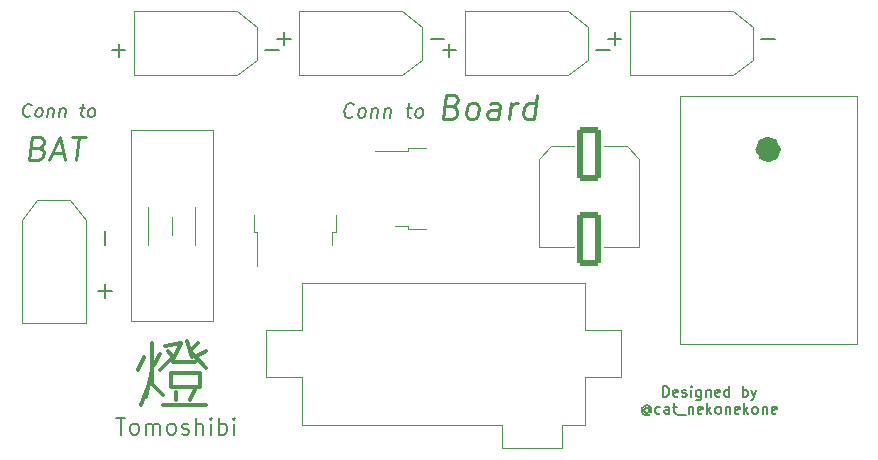
<source format=gbr>
%TF.GenerationSoftware,KiCad,Pcbnew,(6.0.11)*%
%TF.CreationDate,2024-02-08T00:56:39+09:00*%
%TF.ProjectId,SmallPW,536d616c-6c50-4572-9e6b-696361645f70,rev?*%
%TF.SameCoordinates,Original*%
%TF.FileFunction,Legend,Top*%
%TF.FilePolarity,Positive*%
%FSLAX46Y46*%
G04 Gerber Fmt 4.6, Leading zero omitted, Abs format (unit mm)*
G04 Created by KiCad (PCBNEW (6.0.11)) date 2024-02-08 00:56:39*
%MOMM*%
%LPD*%
G01*
G04 APERTURE LIST*
G04 Aperture macros list*
%AMRoundRect*
0 Rectangle with rounded corners*
0 $1 Rounding radius*
0 $2 $3 $4 $5 $6 $7 $8 $9 X,Y pos of 4 corners*
0 Add a 4 corners polygon primitive as box body*
4,1,4,$2,$3,$4,$5,$6,$7,$8,$9,$2,$3,0*
0 Add four circle primitives for the rounded corners*
1,1,$1+$1,$2,$3*
1,1,$1+$1,$4,$5*
1,1,$1+$1,$6,$7*
1,1,$1+$1,$8,$9*
0 Add four rect primitives between the rounded corners*
20,1,$1+$1,$2,$3,$4,$5,0*
20,1,$1+$1,$4,$5,$6,$7,0*
20,1,$1+$1,$6,$7,$8,$9,0*
20,1,$1+$1,$8,$9,$2,$3,0*%
G04 Aperture macros list end*
%ADD10C,0.270000*%
%ADD11C,0.150000*%
%ADD12C,0.160000*%
%ADD13C,0.130000*%
%ADD14C,0.190000*%
%ADD15C,0.320000*%
%ADD16C,0.120000*%
%ADD17C,1.060000*%
%ADD18RoundRect,0.250001X-0.799999X1.999999X-0.799999X-1.999999X0.799999X-1.999999X0.799999X1.999999X0*%
%ADD19C,1.524000*%
%ADD20R,3.800000X3.800000*%
%ADD21C,3.800000*%
%ADD22R,1.200000X2.200000*%
%ADD23R,5.800000X6.400000*%
%ADD24C,4.000000*%
%ADD25R,2.200000X1.200000*%
%ADD26R,6.400000X5.800000*%
%ADD27O,4.000000X1.524000*%
%ADD28C,2.780000*%
G04 APERTURE END LIST*
D10*
X97215416Y-60857142D02*
X97489226Y-60952380D01*
X97572559Y-61047619D01*
X97643988Y-61238095D01*
X97608273Y-61523809D01*
X97489226Y-61714285D01*
X97382083Y-61809523D01*
X97179702Y-61904761D01*
X96417797Y-61904761D01*
X96667797Y-59904761D01*
X97334464Y-59904761D01*
X97513035Y-60000000D01*
X97596369Y-60095238D01*
X97667797Y-60285714D01*
X97643988Y-60476190D01*
X97524940Y-60666666D01*
X97417797Y-60761904D01*
X97215416Y-60857142D01*
X96548750Y-60857142D01*
X98393988Y-61333333D02*
X99346369Y-61333333D01*
X98132083Y-61904761D02*
X99048750Y-59904761D01*
X99465416Y-61904761D01*
X100096369Y-59904761D02*
X101239226Y-59904761D01*
X100417797Y-61904761D02*
X100667797Y-59904761D01*
D11*
X96525622Y-58142857D02*
X96466693Y-58195238D01*
X96303002Y-58247619D01*
X96198241Y-58247619D01*
X96047645Y-58195238D01*
X95955979Y-58090476D01*
X95916693Y-57985714D01*
X95890502Y-57776190D01*
X95910145Y-57619047D01*
X95988717Y-57409523D01*
X96054193Y-57304761D01*
X96172050Y-57200000D01*
X96335741Y-57147619D01*
X96440502Y-57147619D01*
X96591098Y-57200000D01*
X96636931Y-57252380D01*
X97141098Y-58247619D02*
X97042883Y-58195238D01*
X96997050Y-58142857D01*
X96957764Y-58038095D01*
X96997050Y-57723809D01*
X97062526Y-57619047D01*
X97121455Y-57566666D01*
X97232764Y-57514285D01*
X97389907Y-57514285D01*
X97488122Y-57566666D01*
X97533955Y-57619047D01*
X97573241Y-57723809D01*
X97533955Y-58038095D01*
X97468479Y-58142857D01*
X97409550Y-58195238D01*
X97298241Y-58247619D01*
X97141098Y-58247619D01*
X98070860Y-57514285D02*
X97979193Y-58247619D01*
X98057764Y-57619047D02*
X98116693Y-57566666D01*
X98228002Y-57514285D01*
X98385145Y-57514285D01*
X98483360Y-57566666D01*
X98522645Y-57671428D01*
X98450622Y-58247619D01*
X99066098Y-57514285D02*
X98974431Y-58247619D01*
X99053002Y-57619047D02*
X99111931Y-57566666D01*
X99223241Y-57514285D01*
X99380383Y-57514285D01*
X99478598Y-57566666D01*
X99517883Y-57671428D01*
X99445860Y-58247619D01*
X100742288Y-57514285D02*
X101161336Y-57514285D01*
X100945264Y-57147619D02*
X100827407Y-58090476D01*
X100866693Y-58195238D01*
X100964907Y-58247619D01*
X101069669Y-58247619D01*
X101593479Y-58247619D02*
X101495264Y-58195238D01*
X101449431Y-58142857D01*
X101410145Y-58038095D01*
X101449431Y-57723809D01*
X101514907Y-57619047D01*
X101573836Y-57566666D01*
X101685145Y-57514285D01*
X101842288Y-57514285D01*
X101940502Y-57566666D01*
X101986336Y-57619047D01*
X102025622Y-57723809D01*
X101986336Y-58038095D01*
X101920860Y-58142857D01*
X101861931Y-58195238D01*
X101750622Y-58247619D01*
X101593479Y-58247619D01*
D12*
X123800678Y-58178571D02*
X123736392Y-58235714D01*
X123557821Y-58292857D01*
X123443535Y-58292857D01*
X123279250Y-58235714D01*
X123179250Y-58121428D01*
X123136392Y-58007142D01*
X123107821Y-57778571D01*
X123129250Y-57607142D01*
X123214964Y-57378571D01*
X123286392Y-57264285D01*
X123414964Y-57150000D01*
X123593535Y-57092857D01*
X123707821Y-57092857D01*
X123872107Y-57150000D01*
X123922107Y-57207142D01*
X124472107Y-58292857D02*
X124364964Y-58235714D01*
X124314964Y-58178571D01*
X124272107Y-58064285D01*
X124314964Y-57721428D01*
X124386392Y-57607142D01*
X124450678Y-57550000D01*
X124572107Y-57492857D01*
X124743535Y-57492857D01*
X124850678Y-57550000D01*
X124900678Y-57607142D01*
X124943535Y-57721428D01*
X124900678Y-58064285D01*
X124829250Y-58178571D01*
X124764964Y-58235714D01*
X124643535Y-58292857D01*
X124472107Y-58292857D01*
X125486392Y-57492857D02*
X125386392Y-58292857D01*
X125472107Y-57607142D02*
X125536392Y-57550000D01*
X125657821Y-57492857D01*
X125829250Y-57492857D01*
X125936392Y-57550000D01*
X125979250Y-57664285D01*
X125900678Y-58292857D01*
X126572107Y-57492857D02*
X126472107Y-58292857D01*
X126557821Y-57607142D02*
X126622107Y-57550000D01*
X126743535Y-57492857D01*
X126914964Y-57492857D01*
X127022107Y-57550000D01*
X127064964Y-57664285D01*
X126986392Y-58292857D01*
X128400678Y-57492857D02*
X128857821Y-57492857D01*
X128622107Y-57092857D02*
X128493535Y-58121428D01*
X128536392Y-58235714D01*
X128643535Y-58292857D01*
X128757821Y-58292857D01*
X129329250Y-58292857D02*
X129222107Y-58235714D01*
X129172107Y-58178571D01*
X129129250Y-58064285D01*
X129172107Y-57721428D01*
X129243535Y-57607142D01*
X129307821Y-57550000D01*
X129429250Y-57492857D01*
X129600678Y-57492857D01*
X129707821Y-57550000D01*
X129757821Y-57607142D01*
X129800678Y-57721428D01*
X129757821Y-58064285D01*
X129686392Y-58178571D01*
X129622107Y-58235714D01*
X129500678Y-58292857D01*
X129329250Y-58292857D01*
D10*
X132251130Y-57357142D02*
X132524940Y-57452380D01*
X132608273Y-57547619D01*
X132679702Y-57738095D01*
X132643988Y-58023809D01*
X132524940Y-58214285D01*
X132417797Y-58309523D01*
X132215416Y-58404761D01*
X131453511Y-58404761D01*
X131703511Y-56404761D01*
X132370178Y-56404761D01*
X132548750Y-56500000D01*
X132632083Y-56595238D01*
X132703511Y-56785714D01*
X132679702Y-56976190D01*
X132560654Y-57166666D01*
X132453511Y-57261904D01*
X132251130Y-57357142D01*
X131584464Y-57357142D01*
X133739226Y-58404761D02*
X133560654Y-58309523D01*
X133477321Y-58214285D01*
X133405892Y-58023809D01*
X133477321Y-57452380D01*
X133596369Y-57261904D01*
X133703511Y-57166666D01*
X133905892Y-57071428D01*
X134191607Y-57071428D01*
X134370178Y-57166666D01*
X134453511Y-57261904D01*
X134524940Y-57452380D01*
X134453511Y-58023809D01*
X134334464Y-58214285D01*
X134227321Y-58309523D01*
X134024940Y-58404761D01*
X133739226Y-58404761D01*
X136120178Y-58404761D02*
X136251130Y-57357142D01*
X136179702Y-57166666D01*
X136001130Y-57071428D01*
X135620178Y-57071428D01*
X135417797Y-57166666D01*
X136132083Y-58309523D02*
X135929702Y-58404761D01*
X135453511Y-58404761D01*
X135274940Y-58309523D01*
X135203511Y-58119047D01*
X135227321Y-57928571D01*
X135346369Y-57738095D01*
X135548750Y-57642857D01*
X136024940Y-57642857D01*
X136227321Y-57547619D01*
X137072559Y-58404761D02*
X137239226Y-57071428D01*
X137191607Y-57452380D02*
X137310654Y-57261904D01*
X137417797Y-57166666D01*
X137620178Y-57071428D01*
X137810654Y-57071428D01*
X139167797Y-58404761D02*
X139417797Y-56404761D01*
X139179702Y-58309523D02*
X138977321Y-58404761D01*
X138596369Y-58404761D01*
X138417797Y-58309523D01*
X138334464Y-58214285D01*
X138263035Y-58023809D01*
X138334464Y-57452380D01*
X138453511Y-57261904D01*
X138560654Y-57166666D01*
X138763035Y-57071428D01*
X139143988Y-57071428D01*
X139322559Y-57166666D01*
D13*
X150100000Y-81932642D02*
X150100000Y-81032642D01*
X150314285Y-81032642D01*
X150442857Y-81075500D01*
X150528571Y-81161214D01*
X150571428Y-81246928D01*
X150614285Y-81418357D01*
X150614285Y-81546928D01*
X150571428Y-81718357D01*
X150528571Y-81804071D01*
X150442857Y-81889785D01*
X150314285Y-81932642D01*
X150100000Y-81932642D01*
X151342857Y-81889785D02*
X151257142Y-81932642D01*
X151085714Y-81932642D01*
X151000000Y-81889785D01*
X150957142Y-81804071D01*
X150957142Y-81461214D01*
X151000000Y-81375500D01*
X151085714Y-81332642D01*
X151257142Y-81332642D01*
X151342857Y-81375500D01*
X151385714Y-81461214D01*
X151385714Y-81546928D01*
X150957142Y-81632642D01*
X151728571Y-81889785D02*
X151814285Y-81932642D01*
X151985714Y-81932642D01*
X152071428Y-81889785D01*
X152114285Y-81804071D01*
X152114285Y-81761214D01*
X152071428Y-81675500D01*
X151985714Y-81632642D01*
X151857142Y-81632642D01*
X151771428Y-81589785D01*
X151728571Y-81504071D01*
X151728571Y-81461214D01*
X151771428Y-81375500D01*
X151857142Y-81332642D01*
X151985714Y-81332642D01*
X152071428Y-81375500D01*
X152500000Y-81932642D02*
X152500000Y-81332642D01*
X152500000Y-81032642D02*
X152457142Y-81075500D01*
X152500000Y-81118357D01*
X152542857Y-81075500D01*
X152500000Y-81032642D01*
X152500000Y-81118357D01*
X153314285Y-81332642D02*
X153314285Y-82061214D01*
X153271428Y-82146928D01*
X153228571Y-82189785D01*
X153142857Y-82232642D01*
X153014285Y-82232642D01*
X152928571Y-82189785D01*
X153314285Y-81889785D02*
X153228571Y-81932642D01*
X153057142Y-81932642D01*
X152971428Y-81889785D01*
X152928571Y-81846928D01*
X152885714Y-81761214D01*
X152885714Y-81504071D01*
X152928571Y-81418357D01*
X152971428Y-81375500D01*
X153057142Y-81332642D01*
X153228571Y-81332642D01*
X153314285Y-81375500D01*
X153742857Y-81332642D02*
X153742857Y-81932642D01*
X153742857Y-81418357D02*
X153785714Y-81375500D01*
X153871428Y-81332642D01*
X154000000Y-81332642D01*
X154085714Y-81375500D01*
X154128571Y-81461214D01*
X154128571Y-81932642D01*
X154900000Y-81889785D02*
X154814285Y-81932642D01*
X154642857Y-81932642D01*
X154557142Y-81889785D01*
X154514285Y-81804071D01*
X154514285Y-81461214D01*
X154557142Y-81375500D01*
X154642857Y-81332642D01*
X154814285Y-81332642D01*
X154900000Y-81375500D01*
X154942857Y-81461214D01*
X154942857Y-81546928D01*
X154514285Y-81632642D01*
X155714285Y-81932642D02*
X155714285Y-81032642D01*
X155714285Y-81889785D02*
X155628571Y-81932642D01*
X155457142Y-81932642D01*
X155371428Y-81889785D01*
X155328571Y-81846928D01*
X155285714Y-81761214D01*
X155285714Y-81504071D01*
X155328571Y-81418357D01*
X155371428Y-81375500D01*
X155457142Y-81332642D01*
X155628571Y-81332642D01*
X155714285Y-81375500D01*
X156828571Y-81932642D02*
X156828571Y-81032642D01*
X156828571Y-81375500D02*
X156914285Y-81332642D01*
X157085714Y-81332642D01*
X157171428Y-81375500D01*
X157214285Y-81418357D01*
X157257142Y-81504071D01*
X157257142Y-81761214D01*
X157214285Y-81846928D01*
X157171428Y-81889785D01*
X157085714Y-81932642D01*
X156914285Y-81932642D01*
X156828571Y-81889785D01*
X157557142Y-81332642D02*
X157771428Y-81932642D01*
X157985714Y-81332642D02*
X157771428Y-81932642D01*
X157685714Y-82146928D01*
X157642857Y-82189785D01*
X157557142Y-82232642D01*
X148878571Y-82953071D02*
X148835714Y-82910214D01*
X148750000Y-82867357D01*
X148664285Y-82867357D01*
X148578571Y-82910214D01*
X148535714Y-82953071D01*
X148492857Y-83038785D01*
X148492857Y-83124500D01*
X148535714Y-83210214D01*
X148578571Y-83253071D01*
X148664285Y-83295928D01*
X148750000Y-83295928D01*
X148835714Y-83253071D01*
X148878571Y-83210214D01*
X148878571Y-82867357D02*
X148878571Y-83210214D01*
X148921428Y-83253071D01*
X148964285Y-83253071D01*
X149050000Y-83210214D01*
X149092857Y-83124500D01*
X149092857Y-82910214D01*
X149007142Y-82781642D01*
X148878571Y-82695928D01*
X148707142Y-82653071D01*
X148535714Y-82695928D01*
X148407142Y-82781642D01*
X148321428Y-82910214D01*
X148278571Y-83081642D01*
X148321428Y-83253071D01*
X148407142Y-83381642D01*
X148535714Y-83467357D01*
X148707142Y-83510214D01*
X148878571Y-83467357D01*
X149007142Y-83381642D01*
X149864285Y-83338785D02*
X149778571Y-83381642D01*
X149607142Y-83381642D01*
X149521428Y-83338785D01*
X149478571Y-83295928D01*
X149435714Y-83210214D01*
X149435714Y-82953071D01*
X149478571Y-82867357D01*
X149521428Y-82824500D01*
X149607142Y-82781642D01*
X149778571Y-82781642D01*
X149864285Y-82824500D01*
X150635714Y-83381642D02*
X150635714Y-82910214D01*
X150592857Y-82824500D01*
X150507142Y-82781642D01*
X150335714Y-82781642D01*
X150250000Y-82824500D01*
X150635714Y-83338785D02*
X150550000Y-83381642D01*
X150335714Y-83381642D01*
X150250000Y-83338785D01*
X150207142Y-83253071D01*
X150207142Y-83167357D01*
X150250000Y-83081642D01*
X150335714Y-83038785D01*
X150550000Y-83038785D01*
X150635714Y-82995928D01*
X150935714Y-82781642D02*
X151278571Y-82781642D01*
X151064285Y-82481642D02*
X151064285Y-83253071D01*
X151107142Y-83338785D01*
X151192857Y-83381642D01*
X151278571Y-83381642D01*
X151364285Y-83467357D02*
X152050000Y-83467357D01*
X152264285Y-82781642D02*
X152264285Y-83381642D01*
X152264285Y-82867357D02*
X152307142Y-82824500D01*
X152392857Y-82781642D01*
X152521428Y-82781642D01*
X152607142Y-82824500D01*
X152650000Y-82910214D01*
X152650000Y-83381642D01*
X153421428Y-83338785D02*
X153335714Y-83381642D01*
X153164285Y-83381642D01*
X153078571Y-83338785D01*
X153035714Y-83253071D01*
X153035714Y-82910214D01*
X153078571Y-82824500D01*
X153164285Y-82781642D01*
X153335714Y-82781642D01*
X153421428Y-82824500D01*
X153464285Y-82910214D01*
X153464285Y-82995928D01*
X153035714Y-83081642D01*
X153850000Y-83381642D02*
X153850000Y-82481642D01*
X153935714Y-83038785D02*
X154192857Y-83381642D01*
X154192857Y-82781642D02*
X153850000Y-83124500D01*
X154707142Y-83381642D02*
X154621428Y-83338785D01*
X154578571Y-83295928D01*
X154535714Y-83210214D01*
X154535714Y-82953071D01*
X154578571Y-82867357D01*
X154621428Y-82824500D01*
X154707142Y-82781642D01*
X154835714Y-82781642D01*
X154921428Y-82824500D01*
X154964285Y-82867357D01*
X155007142Y-82953071D01*
X155007142Y-83210214D01*
X154964285Y-83295928D01*
X154921428Y-83338785D01*
X154835714Y-83381642D01*
X154707142Y-83381642D01*
X155392857Y-82781642D02*
X155392857Y-83381642D01*
X155392857Y-82867357D02*
X155435714Y-82824500D01*
X155521428Y-82781642D01*
X155650000Y-82781642D01*
X155735714Y-82824500D01*
X155778571Y-82910214D01*
X155778571Y-83381642D01*
X156550000Y-83338785D02*
X156464285Y-83381642D01*
X156292857Y-83381642D01*
X156207142Y-83338785D01*
X156164285Y-83253071D01*
X156164285Y-82910214D01*
X156207142Y-82824500D01*
X156292857Y-82781642D01*
X156464285Y-82781642D01*
X156550000Y-82824500D01*
X156592857Y-82910214D01*
X156592857Y-82995928D01*
X156164285Y-83081642D01*
X156978571Y-83381642D02*
X156978571Y-82481642D01*
X157064285Y-83038785D02*
X157321428Y-83381642D01*
X157321428Y-82781642D02*
X156978571Y-83124500D01*
X157835714Y-83381642D02*
X157750000Y-83338785D01*
X157707142Y-83295928D01*
X157664285Y-83210214D01*
X157664285Y-82953071D01*
X157707142Y-82867357D01*
X157750000Y-82824500D01*
X157835714Y-82781642D01*
X157964285Y-82781642D01*
X158050000Y-82824500D01*
X158092857Y-82867357D01*
X158135714Y-82953071D01*
X158135714Y-83210214D01*
X158092857Y-83295928D01*
X158050000Y-83338785D01*
X157964285Y-83381642D01*
X157835714Y-83381642D01*
X158521428Y-82781642D02*
X158521428Y-83381642D01*
X158521428Y-82867357D02*
X158564285Y-82824500D01*
X158650000Y-82781642D01*
X158778571Y-82781642D01*
X158864285Y-82824500D01*
X158907142Y-82910214D01*
X158907142Y-83381642D01*
X159678571Y-83338785D02*
X159592857Y-83381642D01*
X159421428Y-83381642D01*
X159335714Y-83338785D01*
X159292857Y-83253071D01*
X159292857Y-82910214D01*
X159335714Y-82824500D01*
X159421428Y-82781642D01*
X159592857Y-82781642D01*
X159678571Y-82824500D01*
X159721428Y-82910214D01*
X159721428Y-82995928D01*
X159292857Y-83081642D01*
D14*
X103770000Y-83733333D02*
X104570000Y-83733333D01*
X104170000Y-85133333D02*
X104170000Y-83733333D01*
X105236666Y-85133333D02*
X105103333Y-85066666D01*
X105036666Y-85000000D01*
X104970000Y-84866666D01*
X104970000Y-84466666D01*
X105036666Y-84333333D01*
X105103333Y-84266666D01*
X105236666Y-84200000D01*
X105436666Y-84200000D01*
X105570000Y-84266666D01*
X105636666Y-84333333D01*
X105703333Y-84466666D01*
X105703333Y-84866666D01*
X105636666Y-85000000D01*
X105570000Y-85066666D01*
X105436666Y-85133333D01*
X105236666Y-85133333D01*
X106303333Y-85133333D02*
X106303333Y-84200000D01*
X106303333Y-84333333D02*
X106370000Y-84266666D01*
X106503333Y-84200000D01*
X106703333Y-84200000D01*
X106836666Y-84266666D01*
X106903333Y-84400000D01*
X106903333Y-85133333D01*
X106903333Y-84400000D02*
X106970000Y-84266666D01*
X107103333Y-84200000D01*
X107303333Y-84200000D01*
X107436666Y-84266666D01*
X107503333Y-84400000D01*
X107503333Y-85133333D01*
X108370000Y-85133333D02*
X108236666Y-85066666D01*
X108170000Y-85000000D01*
X108103333Y-84866666D01*
X108103333Y-84466666D01*
X108170000Y-84333333D01*
X108236666Y-84266666D01*
X108370000Y-84200000D01*
X108570000Y-84200000D01*
X108703333Y-84266666D01*
X108770000Y-84333333D01*
X108836666Y-84466666D01*
X108836666Y-84866666D01*
X108770000Y-85000000D01*
X108703333Y-85066666D01*
X108570000Y-85133333D01*
X108370000Y-85133333D01*
X109370000Y-85066666D02*
X109503333Y-85133333D01*
X109770000Y-85133333D01*
X109903333Y-85066666D01*
X109970000Y-84933333D01*
X109970000Y-84866666D01*
X109903333Y-84733333D01*
X109770000Y-84666666D01*
X109570000Y-84666666D01*
X109436666Y-84600000D01*
X109370000Y-84466666D01*
X109370000Y-84400000D01*
X109436666Y-84266666D01*
X109570000Y-84200000D01*
X109770000Y-84200000D01*
X109903333Y-84266666D01*
X110570000Y-85133333D02*
X110570000Y-83733333D01*
X111170000Y-85133333D02*
X111170000Y-84400000D01*
X111103333Y-84266666D01*
X110970000Y-84200000D01*
X110770000Y-84200000D01*
X110636666Y-84266666D01*
X110570000Y-84333333D01*
X111836666Y-85133333D02*
X111836666Y-84200000D01*
X111836666Y-83733333D02*
X111770000Y-83800000D01*
X111836666Y-83866666D01*
X111903333Y-83800000D01*
X111836666Y-83733333D01*
X111836666Y-83866666D01*
X112503333Y-85133333D02*
X112503333Y-83733333D01*
X112503333Y-84266666D02*
X112636666Y-84200000D01*
X112903333Y-84200000D01*
X113036666Y-84266666D01*
X113103333Y-84333333D01*
X113170000Y-84466666D01*
X113170000Y-84866666D01*
X113103333Y-85000000D01*
X113036666Y-85066666D01*
X112903333Y-85133333D01*
X112636666Y-85133333D01*
X112503333Y-85066666D01*
X113770000Y-85133333D02*
X113770000Y-84200000D01*
X113770000Y-83733333D02*
X113703333Y-83800000D01*
X113770000Y-83866666D01*
X113836666Y-83800000D01*
X113770000Y-83733333D01*
X113770000Y-83866666D01*
D15*
X108635714Y-79014285D02*
X110464285Y-79014285D01*
X108407142Y-81071428D02*
X110921428Y-81071428D01*
X107721428Y-82671428D02*
X111378571Y-82671428D01*
X108407142Y-79928571D02*
X108407142Y-81071428D01*
X108407142Y-79928571D02*
X110921428Y-79928571D01*
X110921428Y-81071428D01*
X106807142Y-77414285D02*
X106807142Y-80842857D01*
X107721428Y-81757142D01*
X110007142Y-78100000D02*
X111378571Y-79471428D01*
X111378571Y-78100000D02*
X110464285Y-78557142D01*
X108178571Y-78100000D02*
X108635714Y-78557142D01*
X107492857Y-79700000D01*
X110692857Y-77414285D02*
X110007142Y-78100000D01*
X108864285Y-81528571D02*
X108864285Y-82214285D01*
X109778571Y-77185714D02*
X110235714Y-78557142D01*
X110464285Y-81300000D02*
X110007142Y-82214285D01*
X107492857Y-78328571D02*
X107035714Y-79242857D01*
X106578571Y-80842857D02*
X105892857Y-82671428D01*
X107950000Y-77642857D02*
X109321428Y-77414285D01*
X108635714Y-78785714D01*
X106121428Y-78557142D02*
X105664285Y-79700000D01*
X106807142Y-79700000D02*
X106350000Y-81985714D01*
D11*
%TO.C,J1*%
X102857142Y-73571428D02*
X102857142Y-72428571D01*
X103428571Y-73000000D02*
X102285714Y-73000000D01*
X102857142Y-69071428D02*
X102857142Y-67928571D01*
%TO.C,J5*%
X145428571Y-51607142D02*
X146571428Y-51607142D01*
X146000000Y-52178571D02*
X146000000Y-51035714D01*
X158428571Y-51607142D02*
X159571428Y-51607142D01*
%TO.C,J4*%
X144428571Y-52607142D02*
X145571428Y-52607142D01*
X131428571Y-52607142D02*
X132571428Y-52607142D01*
X132000000Y-53178571D02*
X132000000Y-52035714D01*
%TO.C,J2*%
X103428571Y-52607142D02*
X104571428Y-52607142D01*
X104000000Y-53178571D02*
X104000000Y-52035714D01*
X116428571Y-52607142D02*
X117571428Y-52607142D01*
%TO.C,J3*%
X130428571Y-51607142D02*
X131571428Y-51607142D01*
X117428571Y-51607142D02*
X118571428Y-51607142D01*
X118000000Y-52178571D02*
X118000000Y-51035714D01*
D16*
%TO.C,C2*%
X139565000Y-69260000D02*
X142515000Y-69260000D01*
X139565000Y-61804437D02*
X139565000Y-69260000D01*
X140629437Y-60740000D02*
X142515000Y-60740000D01*
X147020563Y-60740000D02*
X148085000Y-61804437D01*
X147020563Y-60740000D02*
X145135000Y-60740000D01*
X140629437Y-60740000D02*
X139565000Y-61804437D01*
X148085000Y-61804437D02*
X148085000Y-69260000D01*
X148085000Y-69260000D02*
X145135000Y-69260000D01*
%TO.C,MES1*%
X119500000Y-72300000D02*
X119500000Y-76300000D01*
X143500000Y-72300000D02*
X119500000Y-72300000D01*
X143500000Y-80300000D02*
X146500000Y-80300000D01*
X143500000Y-76300000D02*
X143500000Y-72300000D01*
X119500000Y-76300000D02*
X116500000Y-76300000D01*
X116500000Y-76300000D02*
X116500000Y-80300000D01*
X146500000Y-76300000D02*
X143500000Y-76300000D01*
X146500000Y-80300000D02*
X146500000Y-76300000D01*
X116500000Y-80300000D02*
X119500000Y-80300000D01*
X136500000Y-86300000D02*
X141500000Y-86300000D01*
X119500000Y-84300000D02*
X136500000Y-84300000D01*
X141500000Y-86300000D02*
X141500000Y-84300000D01*
X119500000Y-80300000D02*
X119500000Y-84300000D01*
X143500000Y-84300000D02*
X143500000Y-80300000D01*
X136500000Y-84300000D02*
X136500000Y-86300000D01*
X141500000Y-84300000D02*
X143500000Y-84300000D01*
%TO.C,J1*%
X101210000Y-75710000D02*
X95790000Y-75710000D01*
X99910000Y-65290000D02*
X97090000Y-65290000D01*
X97090000Y-65290000D02*
X95790000Y-66990000D01*
X95790000Y-66990000D02*
X95790000Y-75710000D01*
X101210000Y-66990000D02*
X101210000Y-75710000D01*
X99910000Y-65290000D02*
X101210000Y-66990000D01*
%TO.C,Q1*%
X122105000Y-68020000D02*
X122105000Y-69120000D01*
X122375000Y-66520000D02*
X122375000Y-68020000D01*
X115475000Y-68020000D02*
X115745000Y-68020000D01*
X122375000Y-68020000D02*
X122105000Y-68020000D01*
X115475000Y-66520000D02*
X115475000Y-68020000D01*
X115745000Y-68020000D02*
X115745000Y-70850000D01*
%TO.C,J5*%
X156010000Y-49290000D02*
X147290000Y-49290000D01*
X147290000Y-54710000D02*
X147290000Y-49290000D01*
X157710000Y-50590000D02*
X156010000Y-49290000D01*
X157710000Y-53410000D02*
X157710000Y-50590000D01*
X157710000Y-53410000D02*
X156010000Y-54710000D01*
X156010000Y-54710000D02*
X147290000Y-54710000D01*
%TO.C,Q3*%
X130030000Y-67750000D02*
X128530000Y-67750000D01*
X128530000Y-61120000D02*
X125700000Y-61120000D01*
X128530000Y-67480000D02*
X127430000Y-67480000D01*
X130030000Y-60850000D02*
X128530000Y-60850000D01*
X128530000Y-60850000D02*
X128530000Y-61120000D01*
X128530000Y-67750000D02*
X128530000Y-67480000D01*
%TO.C,J4*%
X133290000Y-54710000D02*
X133290000Y-49290000D01*
X143710000Y-53410000D02*
X142010000Y-54710000D01*
X143710000Y-53410000D02*
X143710000Y-50590000D01*
X143710000Y-50590000D02*
X142010000Y-49290000D01*
X142010000Y-54710000D02*
X133290000Y-54710000D01*
X142010000Y-49290000D02*
X133290000Y-49290000D01*
%TO.C,SW1*%
X151500000Y-56500000D02*
X166500000Y-56500000D01*
X166500000Y-56500000D02*
X166500000Y-77500000D01*
X166500000Y-77500000D02*
X151500000Y-77500000D01*
X151500000Y-77500000D02*
X151500000Y-56500000D01*
D17*
X159530000Y-61000000D02*
G75*
G03*
X159530000Y-61000000I-530000J0D01*
G01*
D16*
%TO.C,J2*%
X115710000Y-53410000D02*
X115710000Y-50590000D01*
X114010000Y-54710000D02*
X105290000Y-54710000D01*
X105290000Y-54710000D02*
X105290000Y-49290000D01*
X115710000Y-50590000D02*
X114010000Y-49290000D01*
X115710000Y-53410000D02*
X114010000Y-54710000D01*
X114010000Y-49290000D02*
X105290000Y-49290000D01*
%TO.C,F1*%
X111970000Y-59360000D02*
X105030000Y-59360000D01*
X105030000Y-75560000D02*
X111970000Y-75560000D01*
X108500000Y-68210000D02*
X108500000Y-66710000D01*
X111970000Y-75560000D02*
X111970000Y-59360000D01*
X110500000Y-65860000D02*
X110500000Y-69060000D01*
X106500000Y-69060000D02*
X106500000Y-65860000D01*
X105030000Y-59360000D02*
X105030000Y-75560000D01*
%TO.C,J3*%
X129710000Y-53410000D02*
X129710000Y-50590000D01*
X119290000Y-54710000D02*
X119290000Y-49290000D01*
X128010000Y-49290000D02*
X119290000Y-49290000D01*
X129710000Y-50590000D02*
X128010000Y-49290000D01*
X129710000Y-53410000D02*
X128010000Y-54710000D01*
X128010000Y-54710000D02*
X119290000Y-54710000D01*
%TD*%
%LPC*%
D18*
%TO.C,C2*%
X143825000Y-61400000D03*
X143825000Y-68600000D03*
%TD*%
D19*
%TO.C,MES1*%
X140500000Y-85300000D03*
X138500000Y-85285000D03*
%TD*%
D20*
%TO.C,J1*%
X98500000Y-68000000D03*
D21*
X98500000Y-73000000D03*
%TD*%
D22*
%TO.C,Q1*%
X116645000Y-69750000D03*
D23*
X118925000Y-63450000D03*
D22*
X118925000Y-69750000D03*
X121205000Y-69750000D03*
%TD*%
D20*
%TO.C,J5*%
X155000000Y-52000000D03*
D24*
X150000000Y-52000000D03*
%TD*%
D25*
%TO.C,Q3*%
X126800000Y-62020000D03*
X126800000Y-64300000D03*
D26*
X133100000Y-64300000D03*
D25*
X126800000Y-66580000D03*
%TD*%
D20*
%TO.C,J4*%
X141000000Y-52000000D03*
D24*
X136000000Y-52000000D03*
%TD*%
D27*
%TO.C,SW1*%
X159000000Y-73000000D03*
X159000000Y-67000000D03*
%TD*%
D20*
%TO.C,J2*%
X113000000Y-52000000D03*
D24*
X108000000Y-52000000D03*
%TD*%
D28*
%TO.C,F1*%
X106800000Y-72420000D03*
X110200000Y-72420000D03*
X106800000Y-62500000D03*
X110200000Y-62500000D03*
%TD*%
D24*
%TO.C,J3*%
X122000000Y-52000000D03*
D20*
X127000000Y-52000000D03*
%TD*%
M02*

</source>
